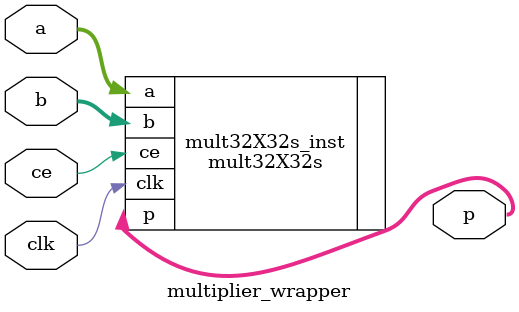
<source format=v>
`timescale 1ns / 100ps
module multiplier_wrapper  #( parameter N = 32 ) (
  input  wire              clk,
  input  wire              ce,
  input  wire signed [ N-1:0 ]   a,
  input  wire signed [ N-1:0 ]   b,
  output wire  [ 2*N-1:0 ] p
) ; 

`ifdef SIM 
   reg  [ (2*N-1) : 0 ] result ; 

   always @( posedge clk ) begin    
      if ( ce ) begin 
         result <=   a * b ; 
      end   
   end

   assign p =  result ; 

`else 

   // IP is generated by IP Coregen, which implements 4 MUL18X18 and some LUTs
   // to realize a 32 X 32 signed multiplier 

   mult32X32s mult32X32s_inst  (  
      .clk  (  clk  ), // i
      .a    (  a    ), // i
      .b    (  b    ), // i
      .ce   (  ce   ), // i
      .p    (  p    )  // o
   );

`endif 

endmodule    

      

</source>
